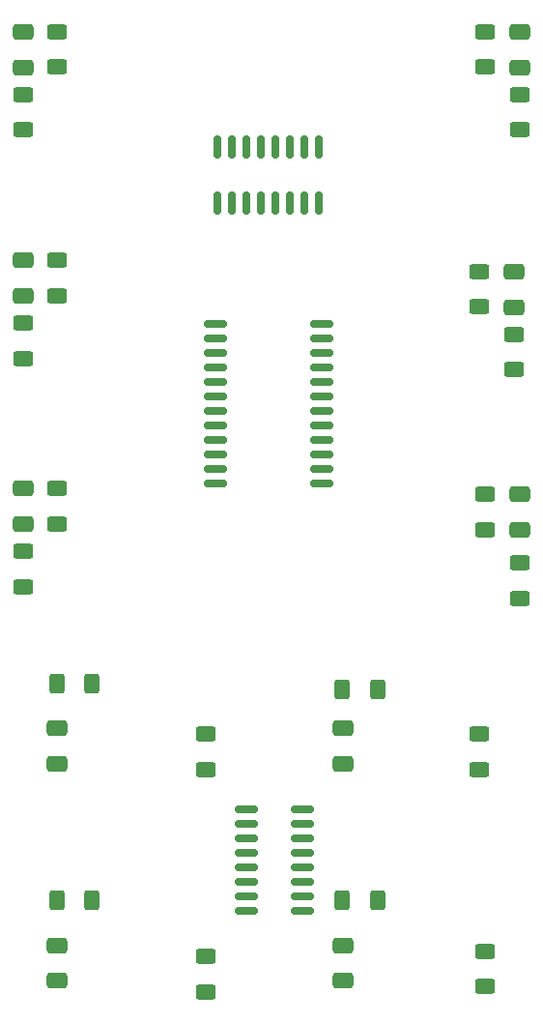
<source format=gbr>
%TF.GenerationSoftware,KiCad,Pcbnew,8.0.2*%
%TF.CreationDate,2024-08-19T17:56:02+02:00*%
%TF.ProjectId,Deck-Btns,4465636b-2d42-4746-9e73-2e6b69636164,rev?*%
%TF.SameCoordinates,Original*%
%TF.FileFunction,Paste,Bot*%
%TF.FilePolarity,Positive*%
%FSLAX46Y46*%
G04 Gerber Fmt 4.6, Leading zero omitted, Abs format (unit mm)*
G04 Created by KiCad (PCBNEW 8.0.2) date 2024-08-19 17:56:02*
%MOMM*%
%LPD*%
G01*
G04 APERTURE LIST*
G04 Aperture macros list*
%AMRoundRect*
0 Rectangle with rounded corners*
0 $1 Rounding radius*
0 $2 $3 $4 $5 $6 $7 $8 $9 X,Y pos of 4 corners*
0 Add a 4 corners polygon primitive as box body*
4,1,4,$2,$3,$4,$5,$6,$7,$8,$9,$2,$3,0*
0 Add four circle primitives for the rounded corners*
1,1,$1+$1,$2,$3*
1,1,$1+$1,$4,$5*
1,1,$1+$1,$6,$7*
1,1,$1+$1,$8,$9*
0 Add four rect primitives between the rounded corners*
20,1,$1+$1,$2,$3,$4,$5,0*
20,1,$1+$1,$4,$5,$6,$7,0*
20,1,$1+$1,$6,$7,$8,$9,0*
20,1,$1+$1,$8,$9,$2,$3,0*%
G04 Aperture macros list end*
%ADD10RoundRect,0.150000X0.825000X0.150000X-0.825000X0.150000X-0.825000X-0.150000X0.825000X-0.150000X0*%
%ADD11RoundRect,0.150000X-0.150000X0.825000X-0.150000X-0.825000X0.150000X-0.825000X0.150000X0.825000X0*%
%ADD12RoundRect,0.150000X-0.875000X-0.150000X0.875000X-0.150000X0.875000X0.150000X-0.875000X0.150000X0*%
%ADD13RoundRect,0.250000X-0.625000X0.400000X-0.625000X-0.400000X0.625000X-0.400000X0.625000X0.400000X0*%
%ADD14RoundRect,0.250000X0.625000X-0.400000X0.625000X0.400000X-0.625000X0.400000X-0.625000X-0.400000X0*%
%ADD15RoundRect,0.250000X-0.400000X-0.625000X0.400000X-0.625000X0.400000X0.625000X-0.400000X0.625000X0*%
%ADD16RoundRect,0.250000X0.650000X-0.412500X0.650000X0.412500X-0.650000X0.412500X-0.650000X-0.412500X0*%
G04 APERTURE END LIST*
D10*
%TO.C,U3*%
X97975000Y-110555000D03*
X97975000Y-111825000D03*
X97975000Y-113095000D03*
X97975000Y-114365000D03*
X97975000Y-115635000D03*
X97975000Y-116905000D03*
X97975000Y-118175000D03*
X97975000Y-119445000D03*
X93025000Y-119445000D03*
X93025000Y-118175000D03*
X93025000Y-116905000D03*
X93025000Y-115635000D03*
X93025000Y-114365000D03*
X93025000Y-113095000D03*
X93025000Y-111825000D03*
X93025000Y-110555000D03*
%TD*%
D11*
%TO.C,U2*%
X90555000Y-52525000D03*
X91825000Y-52525000D03*
X93095000Y-52525000D03*
X94365000Y-52525000D03*
X95635000Y-52525000D03*
X96905000Y-52525000D03*
X98175000Y-52525000D03*
X99445000Y-52525000D03*
X99445000Y-57475000D03*
X98175000Y-57475000D03*
X96905000Y-57475000D03*
X95635000Y-57475000D03*
X94365000Y-57475000D03*
X93095000Y-57475000D03*
X91825000Y-57475000D03*
X90555000Y-57475000D03*
%TD*%
D12*
%TO.C,U1*%
X90350000Y-81985000D03*
X90350000Y-80715000D03*
X90350000Y-79445000D03*
X90350000Y-78175000D03*
X90350000Y-76905000D03*
X90350000Y-75635000D03*
X90350000Y-74365000D03*
X90350000Y-73095000D03*
X90350000Y-71825000D03*
X90350000Y-70555000D03*
X90350000Y-69285000D03*
X90350000Y-68015000D03*
X99650000Y-68015000D03*
X99650000Y-69285000D03*
X99650000Y-70555000D03*
X99650000Y-71825000D03*
X99650000Y-73095000D03*
X99650000Y-74365000D03*
X99650000Y-75635000D03*
X99650000Y-76905000D03*
X99650000Y-78175000D03*
X99650000Y-79445000D03*
X99650000Y-80715000D03*
X99650000Y-81985000D03*
%TD*%
D13*
%TO.C,R20*%
X114000000Y-126050000D03*
X114000000Y-122950000D03*
%TD*%
%TO.C,R19*%
X113500000Y-107050000D03*
X113500000Y-103950000D03*
%TD*%
D14*
%TO.C,R18*%
X117000000Y-88950000D03*
X117000000Y-92050000D03*
%TD*%
%TO.C,R17*%
X116500000Y-68950000D03*
X116500000Y-72050000D03*
%TD*%
%TO.C,R16*%
X117000000Y-47950000D03*
X117000000Y-51050000D03*
%TD*%
D15*
%TO.C,R15*%
X104550000Y-118500000D03*
X101450000Y-118500000D03*
%TD*%
%TO.C,R14*%
X104550000Y-100000000D03*
X101450000Y-100000000D03*
%TD*%
D13*
%TO.C,R13*%
X114000000Y-86050000D03*
X114000000Y-82950000D03*
%TD*%
%TO.C,R12*%
X113500000Y-66550000D03*
X113500000Y-63450000D03*
%TD*%
%TO.C,R11*%
X114000000Y-45550000D03*
X114000000Y-42450000D03*
%TD*%
%TO.C,R10*%
X89500000Y-126550000D03*
X89500000Y-123450000D03*
%TD*%
D15*
%TO.C,R9*%
X79550000Y-118500000D03*
X76450000Y-118500000D03*
%TD*%
D13*
%TO.C,R8*%
X89500000Y-107050000D03*
X89500000Y-103950000D03*
%TD*%
D14*
%TO.C,R7*%
X73500000Y-87950000D03*
X73500000Y-91050000D03*
%TD*%
%TO.C,R6*%
X73500000Y-67950000D03*
X73500000Y-71050000D03*
%TD*%
%TO.C,R5*%
X73500000Y-47950000D03*
X73500000Y-51050000D03*
%TD*%
D15*
%TO.C,R4*%
X79550000Y-99500000D03*
X76450000Y-99500000D03*
%TD*%
D13*
%TO.C,R3*%
X76500000Y-85550000D03*
X76500000Y-82450000D03*
%TD*%
%TO.C,R2*%
X76500000Y-65550000D03*
X76500000Y-62450000D03*
%TD*%
%TO.C,R1*%
X76500000Y-45550000D03*
X76500000Y-42450000D03*
%TD*%
D16*
%TO.C,C10*%
X101500000Y-125562500D03*
X101500000Y-122437500D03*
%TD*%
%TO.C,C9*%
X101500000Y-106562500D03*
X101500000Y-103437500D03*
%TD*%
%TO.C,C8*%
X117000000Y-86062500D03*
X117000000Y-82937500D03*
%TD*%
%TO.C,C7*%
X116500000Y-66562500D03*
X116500000Y-63437500D03*
%TD*%
%TO.C,C6*%
X117000000Y-45562500D03*
X117000000Y-42437500D03*
%TD*%
%TO.C,C5*%
X76500000Y-125562500D03*
X76500000Y-122437500D03*
%TD*%
%TO.C,C4*%
X76500000Y-106562500D03*
X76500000Y-103437500D03*
%TD*%
%TO.C,C3*%
X73500000Y-85562500D03*
X73500000Y-82437500D03*
%TD*%
%TO.C,C2*%
X73500000Y-65562500D03*
X73500000Y-62437500D03*
%TD*%
%TO.C,C1*%
X73500000Y-45562500D03*
X73500000Y-42437500D03*
%TD*%
M02*

</source>
